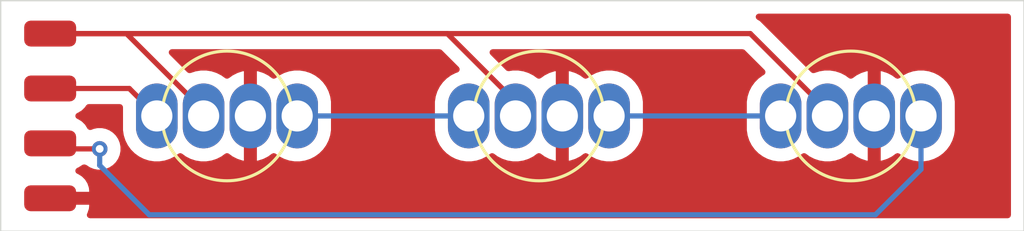
<source format=kicad_pcb>
(kicad_pcb (version 20241229) (generator "pcbnew") (generator_version "9.0")
  (layers (0 "F.Cu" signal) (2 "B.Cu" signal) (13 "F.Paste" user) (15 "B.Paste" user) (5 "F.SilkS" user "F.Silkscreen") (7 "B.SilkS" user "B.Silkscreen") (1 "F.Mask" user) (3 "B.Mask" user) (25 "Edge.Cuts" user))
  (net 0 "")
  (net 1 "GND")
  (net 2 "Net-(D1-DI)")
  (net 3 "+5V")
  (net 4 "Net-(D1-DO)")
  (net 5 "Net-(D2-DO)")
  (net 6 "Net-(D3-DO)")
  (footprint "Connector_Wire:SolderWirePad_1x01_SMD_1x2mm" (layer "F.Cu") (at 110.49 53.763333 -90)
    (property "Reference" "J5" (hide yes))
    (property "Value" "DO" (hide yes))
    (pad "1" smd roundrect (at 0 0 270) (size 1 2) (layers "F.Cu" "F.Mask") (net 6 "Net-(D3-DO)"))
  )
  (footprint "zia_led:zia_led" (layer "F.Cu") (at 117.292999 52.705 180)
    (property "Reference" "D1" (hide yes))
    (property "Value" "APA-106-F5" (hide yes))
    (fp_circle (center 0 0) (end 2.5 0) (stroke (width 0.12)) (fill no) (layer "F.SilkS"))
    (pad "1" thru_hole oval (at -2.7 0 180) (size 1.6 2.5) (drill 1.2) (layers "*.Cu" "*.Mask") (net 4 "Net-(D1-DO)"))
    (pad "2" thru_hole oval (at -0.9 0 180) (size 1.6 2.5) (drill 1.2) (layers "*.Cu" "*.Mask") (net 1 "GND"))
    (pad "3" thru_hole oval (at 0.9 0 180) (size 1.6 2.5) (drill 1.2) (layers "*.Cu" "*.Mask") (net 3 "+5V"))
    (pad "4" thru_hole oval (at 2.7 0 180) (size 1.6 2.5) (drill 1.2) (layers "*.Cu" "*.Mask") (net 2 "Net-(D1-DI)"))
  )
  (footprint "zia_led:zia_led" (layer "F.Cu") (at 129.292999 52.705 180)
    (property "Reference" "D2" (hide yes))
    (property "Value" "APA-106-F5" (hide yes))
    (fp_circle (center 0 0) (end 2.5 0) (stroke (width 0.12)) (fill no) (layer "F.SilkS"))
    (pad "1" thru_hole oval (at -2.7 0 180) (size 1.6 2.5) (drill 1.2) (layers "*.Cu" "*.Mask") (net 5 "Net-(D2-DO)"))
    (pad "2" thru_hole oval (at -0.9 0 180) (size 1.6 2.5) (drill 1.2) (layers "*.Cu" "*.Mask") (net 1 "GND"))
    (pad "3" thru_hole oval (at 0.9 0 180) (size 1.6 2.5) (drill 1.2) (layers "*.Cu" "*.Mask") (net 3 "+5V"))
    (pad "4" thru_hole oval (at 2.7 0 180) (size 1.6 2.5) (drill 1.2) (layers "*.Cu" "*.Mask") (net 4 "Net-(D1-DO)"))
  )
  (footprint "Connector_Wire:SolderWirePad_1x01_SMD_1x2mm" (layer "F.Cu") (at 110.49 49.53 -90)
    (property "Reference" "J1" (hide yes))
    (property "Value" "5V" (hide yes))
    (pad "1" smd roundrect (at 0 0 270) (size 1 2) (layers "F.Cu" "F.Mask") (net 3 "+5V"))
  )
  (footprint "Connector_Wire:SolderWirePad_1x01_SMD_1x2mm" (layer "F.Cu") (at 110.49 55.88 90)
    (property "Reference" "J3" (hide yes))
    (property "Value" "GND" (hide yes))
    (pad "1" smd roundrect (at 0 0 90) (size 1 2) (layers "F.Cu" "F.Mask") (net 1 "GND"))
  )
  (footprint "Connector_Wire:SolderWirePad_1x01_SMD_1x2mm" (layer "F.Cu") (at 110.49 51.646667 90)
    (property "Reference" "J2" (hide yes))
    (property "Value" "DI" (hide yes))
    (pad "1" smd roundrect (at 0 0 90) (size 1 2) (layers "F.Cu" "F.Mask") (net 2 "Net-(D1-DI)"))
  )
  (footprint "zia_led:zia_led" (layer "F.Cu") (at 141.292999 52.705 180)
    (property "Reference" "D3" (hide yes))
    (property "Value" "APA-106-F5" (hide yes))
    (fp_circle (center 0 0) (end 2.5 0) (stroke (width 0.12)) (fill no) (layer "F.SilkS"))
    (pad "1" thru_hole oval (at -2.7 0 180) (size 1.6 2.5) (drill 1.2) (layers "*.Cu" "*.Mask") (net 6 "Net-(D3-DO)"))
    (pad "2" thru_hole oval (at -0.9 0 180) (size 1.6 2.5) (drill 1.2) (layers "*.Cu" "*.Mask") (net 1 "GND"))
    (pad "3" thru_hole oval (at 0.9 0 180) (size 1.6 2.5) (drill 1.2) (layers "*.Cu" "*.Mask") (net 3 "+5V"))
    (pad "4" thru_hole oval (at 2.7 0 180) (size 1.6 2.5) (drill 1.2) (layers "*.Cu" "*.Mask") (net 5 "Net-(D2-DO)"))
  )
  (gr_rect (start 108.585 48.26) (end 147.955 57.15) (stroke (width 0.05)) (fill no) (layer "Edge.Cuts"))
  (segment (start 113.534666 51.646667) (end 114.592999 52.705) (width 0.2) (layer "F.Cu") (net 2))
  (segment (start 110.49 51.646667) (end 113.534666 51.646667) (width 0.2) (layer "F.Cu") (net 2))
  (segment (start 128.392999 52.155) (end 128.392999 52.705) (width 0.2) (layer "F.Cu") (net 3))
  (segment (start 140.392999 52.497951) (end 140.392999 52.705) (width 0.2) (layer "F.Cu") (net 3))
  (segment (start 110.49 49.53) (end 137.425048 49.53) (width 0.2) (layer "F.Cu") (net 3))
  (segment (start 110.49 49.53) (end 125.767999 49.53) (width 0.2) (layer "F.Cu") (net 3))
  (segment (start 125.767999 49.53) (end 128.392999 52.155) (width 0.2) (layer "F.Cu") (net 3))
  (segment (start 137.425048 49.53) (end 140.392999 52.497951) (width 0.2) (layer "F.Cu") (net 3))
  (segment (start 113.425048 49.53) (end 116.392999 52.497951) (width 0.2) (layer "F.Cu") (net 3))
  (segment (start 116.392999 52.497951) (end 116.392999 52.705) (width 0.2) (layer "F.Cu") (net 3))
  (segment (start 110.49 49.53) (end 113.425048 49.53) (width 0.2) (layer "F.Cu") (net 3))
  (segment (start 119.992999 52.705) (end 126.592999 52.705) (width 0.2) (layer "B.Cu") (net 4))
  (segment (start 131.992999 52.705) (end 138.592999 52.705) (width 0.2) (layer "B.Cu") (net 5))
  (segment (start 110.701667 53.975) (end 110.49 53.763333) (width 0.2) (layer "F.Cu") (net 6))
  (segment (start 112.395 53.975) (end 110.701667 53.975) (width 0.2) (layer "F.Cu") (net 6))
  (via (at 112.395 53.975) (size 0.6) (drill 0.3) (layers "F.Cu" "B.Cu") (net 6))
  (segment (start 112.395 54.61) (end 112.395 53.975) (width 0.2) (layer "B.Cu") (net 6))
  (segment (start 143.992999 54.762001) (end 142.24 56.515) (width 0.2) (layer "B.Cu") (net 6))
  (segment (start 143.992999 52.705) (end 143.992999 54.762001) (width 0.2) (layer "B.Cu") (net 6))
  (segment (start 142.24 56.515) (end 114.3 56.515) (width 0.2) (layer "B.Cu") (net 6))
  (segment (start 114.3 56.515) (end 112.395 54.61) (width 0.2) (layer "B.Cu") (net 6))
  (zone (net 1) (net_name "GND") (layer "F.Cu") (connect_pads (clearance 0.5)) (min_thickness 0.25) (fill yes (thermal_gap 0.5) (thermal_bridge_width 0.5))
    (polygon (pts (xy 108.585 48.26) (xy 147.955 48.26) (xy 147.955 57.15) (xy 108.585 57.15)))
  )
)
</source>
